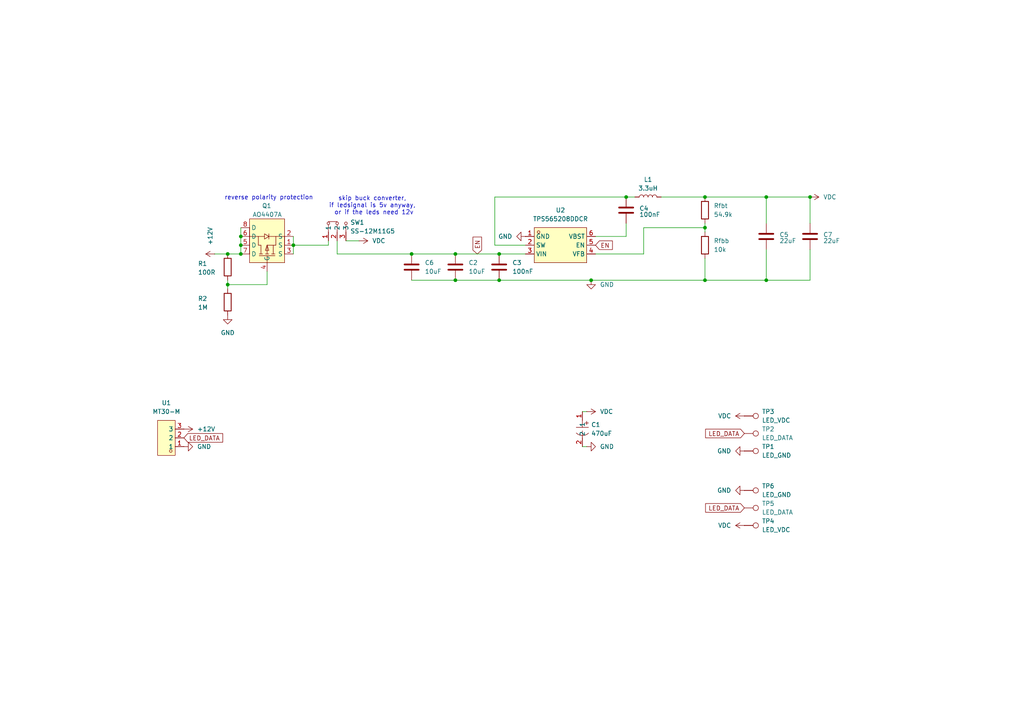
<source format=kicad_sch>
(kicad_sch (version 20250114) (generator "eeschema") (generator_version "9.0")
  (paper "A4")
  (lib_symbols
    (symbol "Connector:TestPoint" (pin_numbers (hide yes)) (pin_names (offset 0.762) (hide yes))
      (property "Reference" "TP" (at 0 6.858 0))
      (property "Value" "TestPoint" (at 0 5.08 0))
      (symbol "TestPoint_0_1"
        (circle (center 0 3.302) (radius 0.762))
      )
      (symbol "TestPoint_1_1"
        (pin passive line (at 0 0 90) (length 2.54) (name "1") (number "1"))
      )
    )
    (symbol "Device:C" (pin_numbers (hide yes)) (pin_names (offset 0.254))
      (property "Reference" "C" (at 0.635 2.54 0))
      (property "Value" "C" (at 0.635 -2.54 0))
      (symbol "C_0_1"
        (polyline (pts (xy -2.032 0.762) (xy 2.032 0.762)) (stroke (width 0.508)))
        (polyline (pts (xy -2.032 -0.762) (xy 2.032 -0.762)) (stroke (width 0.508)))
      )
      (symbol "C_1_1"
        (pin passive line (at 0 3.81 270) (length 2.794) (name "~") (number "1"))
        (pin passive line (at 0 -3.81 90) (length 2.794) (name "~") (number "2"))
      )
    )
    (symbol "Device:L" (pin_numbers (hide yes)) (pin_names (offset 1.016) (hide yes))
      (property "Reference" "L" (at -1.27 0 90))
      (property "Value" "L" (at 1.905 0 90))
      (symbol "L_0_1"
        (arc (start 0 2.54) (mid 0.6323 1.905) (end 0 1.27))
        (arc (start 0 1.27) (mid 0.6323 0.635) (end 0 0))
        (arc (start 0 0) (mid 0.6323 -0.635) (end 0 -1.27))
        (arc (start 0 -1.27) (mid 0.6323 -1.905) (end 0 -2.54))
      )
      (symbol "L_1_1"
        (pin passive line (at 0 3.81 270) (length 1.27) (name "1") (number "1"))
        (pin passive line (at 0 -3.81 90) (length 1.27) (name "2") (number "2"))
      )
    )
    (symbol "Device:R" (pin_numbers (hide yes)) (pin_names (offset 0))
      (property "Reference" "R" (at 2.032 0 90))
      (property "Value" "R" (at 0 0 90))
      (symbol "R_0_1"
        (rectangle (start -1.016 -2.54) (end 1.016 2.54) (stroke (width 0.254)))
      )
      (symbol "R_1_1"
        (pin passive line (at 0 3.81 270) (length 1.27) (name "~") (number "1"))
        (pin passive line (at 0 -3.81 90) (length 1.27) (name "~") (number "2"))
      )
    )
    (symbol "easyeda2kicad:AO4407A"
      (property "Reference" "Q" (at 0 12.7 0))
      (property "Value" "AO4407A" (at 0 -12.7 0))
      (symbol "AO4407A_0_1"
        (rectangle (start -5.08 5.08) (end 7.62 -5.08) (fill (type background)))
        (polyline (pts (xy -5.08 0) (xy -3.05 0)))
        (polyline (pts (xy -3.05 2.29) (xy -3.05 -2.29)))
        (polyline (pts (xy -2.54 1.27) (xy -2.54 2.29)))
        (polyline (pts (xy -2.54 0) (xy 0 0) (xy 0 -2.54)))
        (polyline (pts (xy -2.54 -0.51) (xy -2.54 0.51)))
        (polyline (pts (xy -2.54 -2.29) (xy -2.54 -1.27)))
        (polyline (pts (xy 0 1.78) (xy -2.54 1.78)))
        (polyline (pts (xy 0 1.78) (xy 0 2.54) (xy 2.54 2.54) (xy 2.54 0.76)))
        (polyline (pts (xy 0 0) (xy -1.52 0.51) (xy -1.52 -0.51) (xy 0 0)) (fill (type background)))
        (polyline (pts (xy 0 -1.78) (xy -2.54 -1.78)))
        (polyline (pts (xy 0 -2.54) (xy 2.54 -2.54) (xy 2.54 -0.51)))
        (polyline (pts (xy 2.54 2.54) (xy 2.54 5.08)))
        (polyline (pts (xy 2.54 -0.51) (xy 3.3 0.76) (xy 1.78 0.76) (xy 2.54 -0.51)) (fill (type background)))
        (polyline (pts (xy 2.54 -5.08) (xy -2.54 -5.08)))
        (polyline (pts (xy 2.54 -5.08) (xy 2.54 -2.54)))
        (polyline (pts (xy 3.3 -0.51) (xy 3.05 -0.51) (xy 2.03 -0.51) (xy 1.78 -0.51)))
        (polyline (pts (xy 5.08 5.08) (xy -2.54 5.08)))
        (pin unspecified line (at -7.62 0 0) (length 2.54) (name "G") (number "4"))
        (pin unspecified line (at -2.54 7.62 270) (length 2.54) (name "D") (number "7"))
        (pin unspecified line (at -2.54 -7.62 90) (length 2.54) (name "S") (number "3"))
        (pin unspecified line (at 0 7.62 270) (length 2.54) (name "D") (number "5"))
        (pin unspecified line (at 0 -7.62 90) (length 2.54) (name "S") (number "1"))
        (pin unspecified line (at 2.54 7.62 270) (length 2.54) (name "D") (number "6"))
        (pin unspecified line (at 2.54 -7.62 90) (length 2.54) (name "S") (number "2"))
        (pin unspecified line (at 5.08 7.62 270) (length 2.54) (name "D") (number "8"))
      )
    )
    (symbol "easyeda2kicad:MT30-M"
      (property "Reference" "U" (at 0 7.62 0))
      (property "Value" "MT30-M" (at 0 -7.62 0))
      (symbol "MT30-M_0_1"
        (rectangle (start -2.54 5.08) (end 2.54 -5.08) (fill (type background)))
        (circle (center -1.27 3.81) (radius 0.38))
        (pin unspecified line (at -5.08 2.54 0) (length 2.54) (name "1") (number "1"))
        (pin unspecified line (at -5.08 0 0) (length 2.54) (name "2") (number "2"))
        (pin unspecified line (at -5.08 -2.54 0) (length 2.54) (name "3") (number "3"))
      )
    )
    (symbol "easyeda2kicad:SPZ1HM471G18O00RAXXX"
      (property "Reference" "C" (at 0 5.08 0))
      (property "Value" "SPZ1HM471G18O00RAXXX" (at 0 -5.08 0))
      (symbol "SPZ1HM471G18O00RAXXX_0_1"
        (polyline (pts (xy -2.54 0) (xy -0.51 0)))
        (polyline (pts (xy -2.29 1.27) (xy -1.27 1.27)))
        (polyline (pts (xy -1.78 1.78) (xy -1.78 0.76)))
        (arc (start 1.15 1.79) (mid 1.8578 0.0159) (end 1.13 -1.75))
        (polyline (pts (xy -0.51 1.78) (xy -0.51 -1.78)))
        (polyline (pts (xy 0.51 0) (xy 2.54 0)))
        (pin input line (at -5.08 0 0) (length 2.54) (name "1") (number "1"))
        (pin input line (at 5.08 0 180) (length 2.54) (name "2") (number "2"))
      )
    )
    (symbol "easyeda2kicad:SS-12M11G5"
      (property "Reference" "SW" (at 0 0 0))
      (property "Value" "SS-12M11G5" (at 0 -10.16 0))
      (symbol "SS-12M11G5_0_1"
        (polyline (pts (xy -2.54 0.51) (xy 0 0.51)))
        (circle (center -2.54 0) (radius 0.38))
        (polyline (pts (xy -2.54 -2.54) (xy -2.54 -0.51)))
        (circle (center 0 0) (radius 0.38))
        (polyline (pts (xy 0 -2.54) (xy 0 -0.51)))
        (circle (center 2.54 0) (radius 0.38))
        (polyline (pts (xy 2.54 -2.54) (xy 2.54 -0.51)))
        (pin unspecified line (at -2.54 -5.08 90) (length 2.54) (name "1") (number "1"))
        (pin unspecified line (at 0 -5.08 90) (length 2.54) (name "2") (number "2"))
        (pin unspecified line (at 2.54 -5.08 90) (length 2.54) (name "3") (number "3"))
      )
    )
    (symbol "easyeda2kicad:TPS565208DDCR"
      (property "Reference" "U" (at 0 7.62 0))
      (property "Value" "TPS565208DDCR" (at 0 -7.62 0))
      (symbol "TPS565208DDCR_0_1"
        (rectangle (start -7.62 5.08) (end 7.62 -5.08) (fill (type background)))
        (circle (center -6.35 3.81) (radius 0.38))
        (pin unspecified line (at -10.16 2.54 0) (length 2.54) (name "GND") (number "1"))
        (pin unspecified line (at -10.16 0 0) (length 2.54) (name "SW") (number "2"))
        (pin unspecified line (at -10.16 -2.54 0) (length 2.54) (name "VIN") (number "3"))
        (pin unspecified line (at 10.16 2.54 180) (length 2.54) (name "VBST") (number "6"))
        (pin unspecified line (at 10.16 0 180) (length 2.54) (name "EN") (number "5"))
        (pin unspecified line (at 10.16 -2.54 180) (length 2.54) (name "VFB") (number "4"))
      )
    )
    (symbol "power:+12V" (power) (pin_numbers (hide yes)) (pin_names (offset 0) (hide yes))
      (property "Value" "+12V" (at 0 3.556 0))
      (symbol "+12V_0_1"
        (polyline (pts (xy -0.762 1.27) (xy 0 2.54)))
        (polyline (pts (xy 0 2.54) (xy 0.762 1.27)))
        (polyline (pts (xy 0 0) (xy 0 2.54)))
      )
      (symbol "+12V_1_1"
        (pin power_in line (at 0 0 90) (length 0) (name "~") (number "1"))
      )
    )
    (symbol "power:GND" (power) (pin_numbers (hide yes)) (pin_names (offset 0) (hide yes))
      (property "Value" "GND" (at 0 -3.81 0))
      (symbol "GND_0_1"
        (polyline (pts (xy 0 0) (xy 0 -1.27) (xy 1.27 -1.27) (xy 0 -2.54) (xy -1.27 -1.27) (xy 0 -1.27)))
      )
      (symbol "GND_1_1"
        (pin power_in line (at 0 0 270) (length 0) (name "~") (number "1"))
      )
    )
    (symbol "power:VDC" (power) (pin_numbers (hide yes)) (pin_names (offset 0) (hide yes))
      (property "Value" "VDC" (at 0 3.556 0))
      (symbol "VDC_0_1"
        (polyline (pts (xy -0.762 1.27) (xy 0 2.54)))
        (polyline (pts (xy 0 2.54) (xy 0.762 1.27)))
        (polyline (pts (xy 0 0) (xy 0 2.54)))
      )
      (symbol "VDC_1_1"
        (pin power_in line (at 0 0 90) (length 0) (name "~") (number "1"))
      )
    )
  )
  (text "skip buck converter, \nif ledsignal is 5v anyway, \nor if the leds need 12v" (at 108.458 59.69 0) (effects (font (size 1.27 1.27))))
  (text "reverse polarity protection" (at 77.978 57.404 0) (effects (font (size 1.27 1.27))))
  (junction (at 222.25 57.15))
  (junction (at 204.47 57.15))
  (junction (at 66.04 73.66))
  (junction (at 69.85 73.66))
  (junction (at 171.45 81.28))
  (junction (at 204.47 66.04))
  (junction (at 85.09 71.12))
  (junction (at 144.78 73.66))
  (junction (at 66.04 82.55))
  (junction (at 119.38 73.66))
  (junction (at 222.25 81.28))
  (junction (at 69.85 71.12))
  (junction (at 234.95 57.15))
  (junction (at 181.61 57.15))
  (junction (at 132.08 73.66))
  (junction (at 144.78 81.28))
  (junction (at 204.47 81.28))
  (junction (at 69.85 68.58))
  (junction (at 132.08 81.28))
  (wire (pts (xy 132.08 73.66) (xy 144.78 73.66)))
  (wire (pts (xy 181.61 57.15) (xy 143.51 57.15)))
  (wire (pts (xy 222.25 57.15) (xy 204.47 57.15)))
  (wire (pts (xy 104.14 69.85) (xy 100.33 69.85)))
  (wire (pts (xy 170.18 129.54) (xy 168.91 129.54)))
  (wire (pts (xy 85.09 68.58) (xy 85.09 71.12)))
  (wire (pts (xy 95.25 69.85) (xy 95.25 71.12)))
  (wire (pts (xy 77.47 78.74) (xy 77.47 82.55)))
  (wire (pts (xy 204.47 67.31) (xy 204.47 66.04)))
  (wire (pts (xy 222.25 72.39) (xy 222.25 81.28)))
  (wire (pts (xy 97.79 73.66) (xy 119.38 73.66)))
  (wire (pts (xy 119.38 81.28) (xy 132.08 81.28)))
  (wire (pts (xy 222.25 81.28) (xy 204.47 81.28)))
  (wire (pts (xy 95.25 71.12) (xy 85.09 71.12)))
  (wire (pts (xy 97.79 69.85) (xy 97.79 73.66)))
  (wire (pts (xy 191.77 57.15) (xy 204.47 57.15)))
  (wire (pts (xy 144.78 73.66) (xy 152.4 73.66)))
  (wire (pts (xy 85.09 71.12) (xy 85.09 73.66)))
  (wire (pts (xy 66.04 82.55) (xy 66.04 81.28)))
  (wire (pts (xy 69.85 71.12) (xy 69.85 68.58)))
  (wire (pts (xy 143.51 57.15) (xy 143.51 71.12)))
  (wire (pts (xy 69.85 73.66) (xy 69.85 71.12)))
  (wire (pts (xy 132.08 81.28) (xy 144.78 81.28)))
  (wire (pts (xy 204.47 74.93) (xy 204.47 81.28)))
  (wire (pts (xy 66.04 82.55) (xy 66.04 83.82)))
  (wire (pts (xy 186.69 66.04) (xy 204.47 66.04)))
  (wire (pts (xy 66.04 73.66) (xy 69.85 73.66)))
  (wire (pts (xy 171.45 81.28) (xy 204.47 81.28)))
  (wire (pts (xy 234.95 57.15) (xy 222.25 57.15)))
  (wire (pts (xy 172.72 68.58) (xy 181.61 68.58)))
  (wire (pts (xy 234.95 64.77) (xy 234.95 57.15)))
  (wire (pts (xy 184.15 57.15) (xy 181.61 57.15)))
  (wire (pts (xy 172.72 73.66) (xy 186.69 73.66)))
  (wire (pts (xy 181.61 68.58) (xy 181.61 64.77)))
  (wire (pts (xy 144.78 81.28) (xy 171.45 81.28)))
  (wire (pts (xy 119.38 73.66) (xy 132.08 73.66)))
  (wire (pts (xy 170.18 119.38) (xy 168.91 119.38)))
  (wire (pts (xy 222.25 64.77) (xy 222.25 57.15)))
  (wire (pts (xy 143.51 71.12) (xy 152.4 71.12)))
  (wire (pts (xy 69.85 68.58) (xy 69.85 66.04)))
  (wire (pts (xy 204.47 64.77) (xy 204.47 66.04)))
  (wire (pts (xy 77.47 82.55) (xy 66.04 82.55)))
  (wire (pts (xy 186.69 73.66) (xy 186.69 66.04)))
  (wire (pts (xy 234.95 72.39) (xy 234.95 81.28)))
  (wire (pts (xy 62.23 73.66) (xy 66.04 73.66)))
  (wire (pts (xy 234.95 81.28) (xy 222.25 81.28)))
  (global_label "LED_DATA" (shape input) (at 215.9 147.32 180) (property "Intersheetrefs" "${INTERSHEET_REFS}" (effects (hide yes))))
  (global_label "EN" (shape input) (at 172.72 71.12 0) (property "Intersheetrefs" "${INTERSHEET_REFS}" (effects (hide yes))))
  (global_label "EN" (shape input) (at 138.43 73.66 90) (property "Intersheetrefs" "${INTERSHEET_REFS}" (effects (hide yes))))
  (global_label "LED_DATA" (shape input) (at 215.9 125.73 180) (property "Intersheetrefs" "${INTERSHEET_REFS}" (effects (hide yes))))
  (global_label "LED_DATA" (shape input) (at 53.34 127 0) (property "Intersheetrefs" "${INTERSHEET_REFS}" (effects (hide yes))))
  (symbol (lib_id "power:VDC") (at 215.9 120.65 90) (unit 1)
    (property "Reference" "#PWR05" (effects (hide yes)))
    (property "Value" "VDC" (at 212.09 120.6499 90) (effects (justify left)))
    (property "Description" "Power symbol creates a global label with name \"VDC\"" (effects (hide yes)))
  )
  (symbol (lib_id "Device:R") (at 66.04 87.63 0) (unit 1)
    (property "Reference" "R2" (at 57.404 86.614 0) (effects (justify left)))
    (property "Value" "1M" (at 57.404 89.154 0) (effects (justify left)))
    (property "Description" "Resistor" (effects (hide yes)))
  )
  (symbol (lib_id "Connector:TestPoint") (at 215.9 152.4 270) (unit 1)
    (property "Reference" "TP4" (at 220.98 151.1299 90) (effects (justify left)))
    (property "Value" "LED_VDC" (at 220.98 153.6699 90) (effects (justify left)))
    (property "Footprint" "TestPoint:TestPoint_Pad_2.5x2.5mm" (effects (hide yes)))
    (property "Description" "test point" (effects (hide yes)))
  )
  (symbol (lib_id "Device:C") (at 234.95 68.58 0) (unit 1)
    (property "Reference" "C7" (at 238.76 68.072 0) (effects (justify left)))
    (property "Value" "22uF" (at 238.76 69.8499 0) (effects (justify left)))
    (property "Description" "Unpolarized capacitor" (effects (hide yes)))
  )
  (symbol (lib_id "easyeda2kicad:MT30-M") (at 48.26 127 180) (unit 1)
    (property "Reference" "U1" (at 48.26 116.84 0))
    (property "Value" "MT30-M" (at 48.26 119.38 0))
    (property "Footprint" "easyeda2kicad:CONN-TH_MT30-M" (effects (hide yes)))
    (property "LCSC Part" "C99903" (effects (hide yes)))
  )
  (symbol (lib_id "Device:C") (at 119.38 77.47 0) (unit 1)
    (property "Reference" "C6" (at 123.19 76.1999 0) (effects (justify left)))
    (property "Value" "10uF" (at 123.19 78.7399 0) (effects (justify left)))
    (property "Description" "Unpolarized capacitor" (effects (hide yes)))
  )
  (symbol (lib_id "power:GND") (at 171.45 81.28 0) (unit 1)
    (property "Reference" "#PWR03" (effects (hide yes)))
    (property "Value" "GND" (at 173.99 82.5499 0) (effects (justify left)))
    (property "Description" "Power symbol creates a global label with name \"GND\" , ground" (effects (hide yes)))
  )
  (symbol (lib_id "Device:C") (at 222.25 68.58 0) (unit 1)
    (property "Reference" "C5" (at 226.06 68.072 0) (effects (justify left)))
    (property "Value" "22uF" (at 226.06 69.8499 0) (effects (justify left)))
    (property "Description" "Unpolarized capacitor" (effects (hide yes)))
  )
  (symbol (lib_id "Connector:TestPoint") (at 215.9 130.81 270) (unit 1)
    (property "Reference" "TP1" (at 220.98 129.5399 90) (effects (justify left)))
    (property "Value" "LED_GND" (at 220.98 132.0799 90) (effects (justify left)))
    (property "Footprint" "TestPoint:TestPoint_Pad_2.5x2.5mm" (effects (hide yes)))
    (property "Description" "test point" (effects (hide yes)))
  )
  (symbol (lib_id "Connector:TestPoint") (at 215.9 147.32 270) (unit 1)
    (property "Reference" "TP5" (at 220.98 146.0499 90) (effects (justify left)))
    (property "Value" "LED_DATA" (at 220.98 148.5899 90) (effects (justify left)))
    (property "Footprint" "TestPoint:TestPoint_Pad_2.5x2.5mm" (effects (hide yes)))
    (property "Description" "test point" (effects (hide yes)))
  )
  (symbol (lib_id "power:VDC") (at 215.9 152.4 90) (unit 1)
    (property "Reference" "#PWR010" (effects (hide yes)))
    (property "Value" "VDC" (at 212.09 152.3999 90) (effects (justify left)))
    (property "Description" "Power symbol creates a global label with name \"VDC\"" (effects (hide yes)))
  )
  (symbol (lib_id "Device:C") (at 181.61 60.96 0) (unit 1)
    (property "Reference" "C4" (at 185.42 60.452 0) (effects (justify left)))
    (property "Value" "100nF" (at 185.42 62.2299 0) (effects (justify left)))
    (property "Description" "Unpolarized capacitor" (effects (hide yes)))
  )
  (symbol (lib_id "Device:L") (at 187.96 57.15 90) (unit 1)
    (property "Reference" "L1" (at 187.96 52.07 90))
    (property "Value" "3.3uH" (at 187.96 54.61 90))
    (property "Footprint" "Inductor_SMD:L_TaiTech_TMPC1265_13.5x12.5mm" (effects (hide yes)))
    (property "Description" "Inductor" (effects (hide yes)))
  )
  (symbol (lib_id "power:+12V") (at 53.34 124.46 270) (unit 1)
    (property "Reference" "#PWR06" (effects (hide yes)))
    (property "Value" "+12V" (at 57.15 124.4599 90) (effects (justify left)))
    (property "Description" "Power symbol creates a global label with name \"+12V\"" (effects (hide yes)))
  )
  (symbol (lib_id "Connector:TestPoint") (at 215.9 125.73 270) (unit 1)
    (property "Reference" "TP2" (at 220.98 124.4599 90) (effects (justify left)))
    (property "Value" "LED_DATA" (at 220.98 126.9999 90) (effects (justify left)))
    (property "Footprint" "TestPoint:TestPoint_Pad_2.5x2.5mm" (effects (hide yes)))
    (property "Description" "test point" (effects (hide yes)))
  )
  (symbol (lib_id "power:GND") (at 215.9 142.24 270) (unit 1)
    (property "Reference" "#PWR011" (effects (hide yes)))
    (property "Value" "GND" (at 212.09 142.2401 90) (effects (justify right)))
    (property "Description" "Power symbol creates a global label with name \"GND\" , ground" (effects (hide yes)))
  )
  (symbol (lib_id "easyeda2kicad:TPS565208DDCR") (at 162.56 71.12 0) (unit 1)
    (property "Reference" "U2" (at 162.56 60.96 0))
    (property "Value" "TPS565208DDCR" (at 162.56 63.5 0))
    (property "Footprint" "easyeda2kicad:TSOT-23-6_L2.9-W1.6-P0.95-LS2.8-BR" (effects (hide yes)))
    (property "LCSC Part" "C2650336" (effects (hide yes)))
  )
  (symbol (lib_id "power:GND") (at 170.18 129.54 90) (unit 1)
    (property "Reference" "#PWR013" (effects (hide yes)))
    (property "Value" "GND" (at 173.99 129.5399 90) (effects (justify right)))
    (property "Description" "Power symbol creates a global label with name \"GND\" , ground" (effects (hide yes)))
  )
  (symbol (lib_id "easyeda2kicad:SPZ1HM471G18O00RAXXX") (at 168.91 124.46 270) (unit 1)
    (property "Reference" "C1" (at 171.45 123.1899 90) (effects (justify left)))
    (property "Value" "470uF" (at 171.45 125.7299 90) (effects (justify left)))
    (property "Footprint" "easyeda2kicad:CAP-TH_BD10.0-P5.00-D0.6-FD" (effects (hide yes)))
    (property "LCSC Part" "C2688262" (effects (hide yes)))
  )
  (symbol (lib_id "Connector:TestPoint") (at 215.9 142.24 270) (unit 1)
    (property "Reference" "TP6" (at 220.98 140.9699 90) (effects (justify left)))
    (property "Value" "LED_GND" (at 220.98 143.5099 90) (effects (justify left)))
    (property "Footprint" "TestPoint:TestPoint_Pad_2.5x2.5mm" (effects (hide yes)))
    (property "Description" "test point" (effects (hide yes)))
  )
  (symbol (lib_id "Device:C") (at 132.08 77.47 0) (unit 1)
    (property "Reference" "C2" (at 135.89 76.1999 0) (effects (justify left)))
    (property "Value" "10uF" (at 135.89 78.7399 0) (effects (justify left)))
    (property "Description" "Unpolarized capacitor" (effects (hide yes)))
  )
  (symbol (lib_id "Connector:TestPoint") (at 215.9 120.65 270) (unit 1)
    (property "Reference" "TP3" (at 220.98 119.3799 90) (effects (justify left)))
    (property "Value" "LED_VDC" (at 220.98 121.9199 90) (effects (justify left)))
    (property "Footprint" "TestPoint:TestPoint_Pad_2.5x2.5mm" (effects (hide yes)))
    (property "Description" "test point" (effects (hide yes)))
  )
  (symbol (lib_id "power:VDC") (at 104.14 69.85 270) (unit 1)
    (property "Reference" "#PWR012" (effects (hide yes)))
    (property "Value" "VDC" (at 107.95 69.8499 90) (effects (justify left)))
    (property "Description" "Power symbol creates a global label with name \"VDC\"" (effects (hide yes)))
  )
  (symbol (lib_id "power:GND") (at 66.04 91.44 0) (unit 1)
    (property "Reference" "#PWR09" (effects (hide yes)))
    (property "Value" "GND" (at 66.04 96.52 0))
    (property "Description" "Power symbol creates a global label with name \"GND\" , ground" (effects (hide yes)))
  )
  (symbol (lib_id "Device:R") (at 66.04 77.47 0) (unit 1)
    (property "Reference" "R1" (at 57.404 76.454 0) (effects (justify left)))
    (property "Value" "100R" (at 57.404 78.994 0) (effects (justify left)))
    (property "Description" "Resistor" (effects (hide yes)))
  )
  (symbol (lib_id "Device:C") (at 144.78 77.47 0) (unit 1)
    (property "Reference" "C3" (at 148.59 76.1999 0) (effects (justify left)))
    (property "Value" "100nF" (at 148.59 78.7399 0) (effects (justify left)))
    (property "Description" "Unpolarized capacitor" (effects (hide yes)))
  )
  (symbol (lib_id "power:+12V") (at 62.23 73.66 90) (unit 1)
    (property "Reference" "#PWR02" (effects (hide yes)))
    (property "Value" "+12V" (at 60.9599 71.12 0) (effects (justify left)))
    (property "Description" "Power symbol creates a global label with name \"+12V\"" (effects (hide yes)))
  )
  (symbol (lib_id "Device:R") (at 204.47 71.12 0) (unit 1)
    (property "Reference" "Rfbb" (at 207.01 69.8499 0) (effects (justify left)))
    (property "Value" "10k" (at 207.01 72.3899 0) (effects (justify left)))
    (property "Description" "Resistor" (effects (hide yes)))
  )
  (symbol (lib_id "power:VDC") (at 170.18 119.38 270) (unit 1)
    (property "Reference" "#PWR04" (effects (hide yes)))
    (property "Value" "VDC" (at 173.99 119.3799 90) (effects (justify left)))
    (property "Description" "Power symbol creates a global label with name \"VDC\"" (effects (hide yes)))
  )
  (symbol (lib_id "power:GND") (at 215.9 130.81 270) (unit 1)
    (property "Reference" "#PWR08" (effects (hide yes)))
    (property "Value" "GND" (at 212.09 130.8101 90) (effects (justify right)))
    (property "Description" "Power symbol creates a global label with name \"GND\" , ground" (effects (hide yes)))
  )
  (symbol (lib_id "power:GND") (at 53.34 129.54 90) (unit 1)
    (property "Reference" "#PWR07" (effects (hide yes)))
    (property "Value" "GND" (at 57.15 129.5399 90) (effects (justify right)))
    (property "Description" "Power symbol creates a global label with name \"GND\" , ground" (effects (hide yes)))
  )
  (symbol (lib_id "Device:R") (at 204.47 60.96 0) (unit 1)
    (property "Reference" "Rfbt" (at 207.01 59.6899 0) (effects (justify left)))
    (property "Value" "54.9k" (at 207.01 62.2299 0) (effects (justify left)))
    (property "Description" "Resistor" (effects (hide yes)))
  )
  (symbol (lib_id "power:GND") (at 152.4 68.58 270) (unit 1)
    (property "Reference" "#PWR01" (effects (hide yes)))
    (property "Value" "GND" (at 148.59 68.5799 90) (effects (justify right)))
    (property "Description" "Power symbol creates a global label with name \"GND\" , ground" (effects (hide yes)))
  )
  (symbol (lib_id "power:VDC") (at 234.95 57.15 270) (unit 1)
    (property "Reference" "#PWR014" (effects (hide yes)))
    (property "Value" "VDC" (at 238.76 57.1499 90) (effects (justify left)))
    (property "Description" "Power symbol creates a global label with name \"VDC\"" (effects (hide yes)))
  )
  (symbol (lib_id "easyeda2kicad:AO4407A") (at 77.47 71.12 90) (unit 1)
    (property "Reference" "Q1" (at 78.74 59.69 90) (effects (justify left)))
    (property "Value" "AO4407A" (at 81.788 62.23 90) (effects (justify left)))
    (property "Footprint" "easyeda2kicad:SOIC-8_L4.9-W3.9-P1.27-LS6.0-BL" (effects (hide yes)))
    (property "Datasheet" "https://lcsc.com/product-detail/MOSFET_AOS_AO4407A_AO4407A_C16072.html" (effects (hide yes)))
    (property "LCSC Part" "C16072" (effects (hide yes)))
  )
  (symbol (lib_id "easyeda2kicad:SS-12M11G5") (at 97.79 64.77 0) (unit 1)
    (property "Reference" "SW1" (at 101.6 64.5149 0) (effects (justify left)))
    (property "Value" "SS-12M11G5" (at 101.6 67.0549 0) (effects (justify left)))
    (property "Footprint" "easyeda2kicad:SW-TH_XKB_SS-12M11XX" (effects (hide yes)))
    (property "LCSC Part" "C2879839" (effects (hide yes)))
  )
)
</source>
